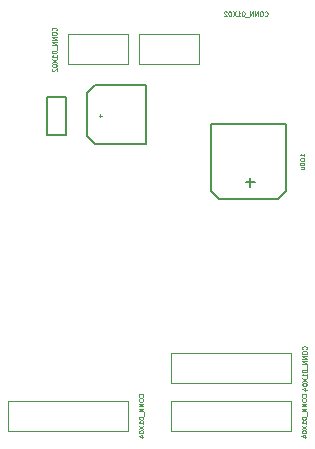
<source format=gbr>
G04 #@! TF.FileFunction,Other,Fab,Bot*
%FSLAX46Y46*%
G04 Gerber Fmt 4.6, Leading zero omitted, Abs format (unit mm)*
G04 Created by KiCad (PCBNEW 4.0.4-stable) date 02/16/17 23:31:48*
%MOMM*%
%LPD*%
G01*
G04 APERTURE LIST*
%ADD10C,0.100000*%
%ADD11C,0.150000*%
%ADD12C,0.090000*%
G04 APERTURE END LIST*
D10*
D11*
X150814600Y-82785400D02*
X150814600Y-87814600D01*
X146458500Y-82785400D02*
X150814600Y-82785400D01*
X145785400Y-83458500D02*
X146458500Y-82785400D01*
X145785400Y-87141500D02*
X145785400Y-83458500D01*
X146458500Y-87814600D02*
X145785400Y-87141500D01*
X150814600Y-87814600D02*
X146458500Y-87814600D01*
X142400000Y-87000000D02*
X144000000Y-87000000D01*
X142400000Y-83800000D02*
X142400000Y-87000000D01*
X144000000Y-83800000D02*
X142400000Y-83800000D01*
X144000000Y-87000000D02*
X144000000Y-83800000D01*
X156300400Y-86150400D02*
X162599600Y-86150400D01*
X156300400Y-91776500D02*
X156300400Y-86150400D01*
X156973500Y-92449600D02*
X156300400Y-91776500D01*
X161926500Y-92449600D02*
X156973500Y-92449600D01*
X162599600Y-91776500D02*
X161926500Y-92449600D01*
X162599600Y-86150400D02*
X162599600Y-91776500D01*
D10*
X155260000Y-81070000D02*
X150180000Y-81070000D01*
X150180000Y-81070000D02*
X150180000Y-78530000D01*
X150180000Y-78530000D02*
X155260000Y-78530000D01*
X155260000Y-78530000D02*
X155260000Y-81070000D01*
X149220000Y-81070000D02*
X144140000Y-81070000D01*
X144140000Y-81070000D02*
X144140000Y-78530000D01*
X144140000Y-78530000D02*
X149220000Y-78530000D01*
X149220000Y-78530000D02*
X149220000Y-81070000D01*
X152930000Y-105530000D02*
X163090000Y-105530000D01*
X163090000Y-105530000D02*
X163090000Y-108070000D01*
X163090000Y-108070000D02*
X152930000Y-108070000D01*
X152930000Y-108070000D02*
X152930000Y-105530000D01*
X152890000Y-109530000D02*
X163050000Y-109530000D01*
X163050000Y-109530000D02*
X163050000Y-112070000D01*
X163050000Y-112070000D02*
X152890000Y-112070000D01*
X152890000Y-112070000D02*
X152890000Y-109530000D01*
X139100000Y-109530000D02*
X149260000Y-109530000D01*
X149260000Y-109530000D02*
X149260000Y-112070000D01*
X149260000Y-112070000D02*
X139100000Y-112070000D01*
X139100000Y-112070000D02*
X139100000Y-109530000D01*
D12*
X147068081Y-85392071D02*
X146763319Y-85392071D01*
X146915700Y-85544452D02*
X146915700Y-85239690D01*
X164190252Y-88852382D02*
X164190252Y-88623810D01*
X164190252Y-88738096D02*
X163790252Y-88738096D01*
X163847395Y-88700001D01*
X163885490Y-88661906D01*
X163904538Y-88623810D01*
X163790252Y-89100001D02*
X163790252Y-89138096D01*
X163809300Y-89176191D01*
X163828348Y-89195239D01*
X163866443Y-89214286D01*
X163942633Y-89233334D01*
X164037871Y-89233334D01*
X164114062Y-89214286D01*
X164152157Y-89195239D01*
X164171205Y-89176191D01*
X164190252Y-89138096D01*
X164190252Y-89100001D01*
X164171205Y-89061905D01*
X164152157Y-89042858D01*
X164114062Y-89023810D01*
X164037871Y-89004762D01*
X163942633Y-89004762D01*
X163866443Y-89023810D01*
X163828348Y-89042858D01*
X163809300Y-89061905D01*
X163790252Y-89100001D01*
X163790252Y-89480953D02*
X163790252Y-89519048D01*
X163809300Y-89557143D01*
X163828348Y-89576191D01*
X163866443Y-89595238D01*
X163942633Y-89614286D01*
X164037871Y-89614286D01*
X164114062Y-89595238D01*
X164152157Y-89576191D01*
X164171205Y-89557143D01*
X164190252Y-89519048D01*
X164190252Y-89480953D01*
X164171205Y-89442857D01*
X164152157Y-89423810D01*
X164114062Y-89404762D01*
X164037871Y-89385714D01*
X163942633Y-89385714D01*
X163866443Y-89404762D01*
X163828348Y-89423810D01*
X163809300Y-89442857D01*
X163790252Y-89480953D01*
X163923586Y-89957143D02*
X164190252Y-89957143D01*
X163923586Y-89785714D02*
X164133110Y-89785714D01*
X164171205Y-89804762D01*
X164190252Y-89842857D01*
X164190252Y-89900000D01*
X164171205Y-89938095D01*
X164152157Y-89957143D01*
D11*
X159597629Y-90671648D02*
X159597629Y-91433553D01*
X159978581Y-91052601D02*
X159216676Y-91052601D01*
D12*
X143162857Y-78190477D02*
X143181905Y-78171429D01*
X143200952Y-78114286D01*
X143200952Y-78076191D01*
X143181905Y-78019048D01*
X143143810Y-77980953D01*
X143105714Y-77961905D01*
X143029524Y-77942857D01*
X142972381Y-77942857D01*
X142896190Y-77961905D01*
X142858095Y-77980953D01*
X142820000Y-78019048D01*
X142800952Y-78076191D01*
X142800952Y-78114286D01*
X142820000Y-78171429D01*
X142839048Y-78190477D01*
X142800952Y-78438096D02*
X142800952Y-78514286D01*
X142820000Y-78552381D01*
X142858095Y-78590477D01*
X142934286Y-78609524D01*
X143067619Y-78609524D01*
X143143810Y-78590477D01*
X143181905Y-78552381D01*
X143200952Y-78514286D01*
X143200952Y-78438096D01*
X143181905Y-78400000D01*
X143143810Y-78361905D01*
X143067619Y-78342857D01*
X142934286Y-78342857D01*
X142858095Y-78361905D01*
X142820000Y-78400000D01*
X142800952Y-78438096D01*
X143200952Y-78780953D02*
X142800952Y-78780953D01*
X143200952Y-79009525D01*
X142800952Y-79009525D01*
X143200952Y-79200001D02*
X142800952Y-79200001D01*
X143200952Y-79428573D01*
X142800952Y-79428573D01*
X143239048Y-79523811D02*
X143239048Y-79828573D01*
X142800952Y-80000002D02*
X142800952Y-80038097D01*
X142820000Y-80076192D01*
X142839048Y-80095240D01*
X142877143Y-80114287D01*
X142953333Y-80133335D01*
X143048571Y-80133335D01*
X143124762Y-80114287D01*
X143162857Y-80095240D01*
X143181905Y-80076192D01*
X143200952Y-80038097D01*
X143200952Y-80000002D01*
X143181905Y-79961906D01*
X143162857Y-79942859D01*
X143124762Y-79923811D01*
X143048571Y-79904763D01*
X142953333Y-79904763D01*
X142877143Y-79923811D01*
X142839048Y-79942859D01*
X142820000Y-79961906D01*
X142800952Y-80000002D01*
X143200952Y-80514287D02*
X143200952Y-80285715D01*
X143200952Y-80400001D02*
X142800952Y-80400001D01*
X142858095Y-80361906D01*
X142896190Y-80323811D01*
X142915238Y-80285715D01*
X142800952Y-80647620D02*
X143200952Y-80914287D01*
X142800952Y-80914287D02*
X143200952Y-80647620D01*
X142800952Y-81142858D02*
X142800952Y-81180953D01*
X142820000Y-81219048D01*
X142839048Y-81238096D01*
X142877143Y-81257143D01*
X142953333Y-81276191D01*
X143048571Y-81276191D01*
X143124762Y-81257143D01*
X143162857Y-81238096D01*
X143181905Y-81219048D01*
X143200952Y-81180953D01*
X143200952Y-81142858D01*
X143181905Y-81104762D01*
X143162857Y-81085715D01*
X143124762Y-81066667D01*
X143048571Y-81047619D01*
X142953333Y-81047619D01*
X142877143Y-81066667D01*
X142839048Y-81085715D01*
X142820000Y-81104762D01*
X142800952Y-81142858D01*
X142839048Y-81428571D02*
X142820000Y-81447619D01*
X142800952Y-81485714D01*
X142800952Y-81580952D01*
X142820000Y-81619048D01*
X142839048Y-81638095D01*
X142877143Y-81657143D01*
X142915238Y-81657143D01*
X142972381Y-81638095D01*
X143200952Y-81409524D01*
X143200952Y-81657143D01*
X164352857Y-105190477D02*
X164371905Y-105171429D01*
X164390952Y-105114286D01*
X164390952Y-105076191D01*
X164371905Y-105019048D01*
X164333810Y-104980953D01*
X164295714Y-104961905D01*
X164219524Y-104942857D01*
X164162381Y-104942857D01*
X164086190Y-104961905D01*
X164048095Y-104980953D01*
X164010000Y-105019048D01*
X163990952Y-105076191D01*
X163990952Y-105114286D01*
X164010000Y-105171429D01*
X164029048Y-105190477D01*
X163990952Y-105438096D02*
X163990952Y-105514286D01*
X164010000Y-105552381D01*
X164048095Y-105590477D01*
X164124286Y-105609524D01*
X164257619Y-105609524D01*
X164333810Y-105590477D01*
X164371905Y-105552381D01*
X164390952Y-105514286D01*
X164390952Y-105438096D01*
X164371905Y-105400000D01*
X164333810Y-105361905D01*
X164257619Y-105342857D01*
X164124286Y-105342857D01*
X164048095Y-105361905D01*
X164010000Y-105400000D01*
X163990952Y-105438096D01*
X164390952Y-105780953D02*
X163990952Y-105780953D01*
X164390952Y-106009525D01*
X163990952Y-106009525D01*
X164390952Y-106200001D02*
X163990952Y-106200001D01*
X164390952Y-106428573D01*
X163990952Y-106428573D01*
X164429048Y-106523811D02*
X164429048Y-106828573D01*
X163990952Y-107000002D02*
X163990952Y-107038097D01*
X164010000Y-107076192D01*
X164029048Y-107095240D01*
X164067143Y-107114287D01*
X164143333Y-107133335D01*
X164238571Y-107133335D01*
X164314762Y-107114287D01*
X164352857Y-107095240D01*
X164371905Y-107076192D01*
X164390952Y-107038097D01*
X164390952Y-107000002D01*
X164371905Y-106961906D01*
X164352857Y-106942859D01*
X164314762Y-106923811D01*
X164238571Y-106904763D01*
X164143333Y-106904763D01*
X164067143Y-106923811D01*
X164029048Y-106942859D01*
X164010000Y-106961906D01*
X163990952Y-107000002D01*
X164390952Y-107514287D02*
X164390952Y-107285715D01*
X164390952Y-107400001D02*
X163990952Y-107400001D01*
X164048095Y-107361906D01*
X164086190Y-107323811D01*
X164105238Y-107285715D01*
X163990952Y-107647620D02*
X164390952Y-107914287D01*
X163990952Y-107914287D02*
X164390952Y-107647620D01*
X163990952Y-108142858D02*
X163990952Y-108180953D01*
X164010000Y-108219048D01*
X164029048Y-108238096D01*
X164067143Y-108257143D01*
X164143333Y-108276191D01*
X164238571Y-108276191D01*
X164314762Y-108257143D01*
X164352857Y-108238096D01*
X164371905Y-108219048D01*
X164390952Y-108180953D01*
X164390952Y-108142858D01*
X164371905Y-108104762D01*
X164352857Y-108085715D01*
X164314762Y-108066667D01*
X164238571Y-108047619D01*
X164143333Y-108047619D01*
X164067143Y-108066667D01*
X164029048Y-108085715D01*
X164010000Y-108104762D01*
X163990952Y-108142858D01*
X164124286Y-108619048D02*
X164390952Y-108619048D01*
X163971905Y-108523810D02*
X164257619Y-108428571D01*
X164257619Y-108676191D01*
X164312857Y-109190477D02*
X164331905Y-109171429D01*
X164350952Y-109114286D01*
X164350952Y-109076191D01*
X164331905Y-109019048D01*
X164293810Y-108980953D01*
X164255714Y-108961905D01*
X164179524Y-108942857D01*
X164122381Y-108942857D01*
X164046190Y-108961905D01*
X164008095Y-108980953D01*
X163970000Y-109019048D01*
X163950952Y-109076191D01*
X163950952Y-109114286D01*
X163970000Y-109171429D01*
X163989048Y-109190477D01*
X163950952Y-109438096D02*
X163950952Y-109514286D01*
X163970000Y-109552381D01*
X164008095Y-109590477D01*
X164084286Y-109609524D01*
X164217619Y-109609524D01*
X164293810Y-109590477D01*
X164331905Y-109552381D01*
X164350952Y-109514286D01*
X164350952Y-109438096D01*
X164331905Y-109400000D01*
X164293810Y-109361905D01*
X164217619Y-109342857D01*
X164084286Y-109342857D01*
X164008095Y-109361905D01*
X163970000Y-109400000D01*
X163950952Y-109438096D01*
X164350952Y-109780953D02*
X163950952Y-109780953D01*
X164350952Y-110009525D01*
X163950952Y-110009525D01*
X164350952Y-110200001D02*
X163950952Y-110200001D01*
X164350952Y-110428573D01*
X163950952Y-110428573D01*
X164389048Y-110523811D02*
X164389048Y-110828573D01*
X163950952Y-111000002D02*
X163950952Y-111038097D01*
X163970000Y-111076192D01*
X163989048Y-111095240D01*
X164027143Y-111114287D01*
X164103333Y-111133335D01*
X164198571Y-111133335D01*
X164274762Y-111114287D01*
X164312857Y-111095240D01*
X164331905Y-111076192D01*
X164350952Y-111038097D01*
X164350952Y-111000002D01*
X164331905Y-110961906D01*
X164312857Y-110942859D01*
X164274762Y-110923811D01*
X164198571Y-110904763D01*
X164103333Y-110904763D01*
X164027143Y-110923811D01*
X163989048Y-110942859D01*
X163970000Y-110961906D01*
X163950952Y-111000002D01*
X164350952Y-111514287D02*
X164350952Y-111285715D01*
X164350952Y-111400001D02*
X163950952Y-111400001D01*
X164008095Y-111361906D01*
X164046190Y-111323811D01*
X164065238Y-111285715D01*
X163950952Y-111647620D02*
X164350952Y-111914287D01*
X163950952Y-111914287D02*
X164350952Y-111647620D01*
X163950952Y-112142858D02*
X163950952Y-112180953D01*
X163970000Y-112219048D01*
X163989048Y-112238096D01*
X164027143Y-112257143D01*
X164103333Y-112276191D01*
X164198571Y-112276191D01*
X164274762Y-112257143D01*
X164312857Y-112238096D01*
X164331905Y-112219048D01*
X164350952Y-112180953D01*
X164350952Y-112142858D01*
X164331905Y-112104762D01*
X164312857Y-112085715D01*
X164274762Y-112066667D01*
X164198571Y-112047619D01*
X164103333Y-112047619D01*
X164027143Y-112066667D01*
X163989048Y-112085715D01*
X163970000Y-112104762D01*
X163950952Y-112142858D01*
X164084286Y-112619048D02*
X164350952Y-112619048D01*
X163931905Y-112523810D02*
X164217619Y-112428571D01*
X164217619Y-112676191D01*
X150522857Y-109190477D02*
X150541905Y-109171429D01*
X150560952Y-109114286D01*
X150560952Y-109076191D01*
X150541905Y-109019048D01*
X150503810Y-108980953D01*
X150465714Y-108961905D01*
X150389524Y-108942857D01*
X150332381Y-108942857D01*
X150256190Y-108961905D01*
X150218095Y-108980953D01*
X150180000Y-109019048D01*
X150160952Y-109076191D01*
X150160952Y-109114286D01*
X150180000Y-109171429D01*
X150199048Y-109190477D01*
X150160952Y-109438096D02*
X150160952Y-109514286D01*
X150180000Y-109552381D01*
X150218095Y-109590477D01*
X150294286Y-109609524D01*
X150427619Y-109609524D01*
X150503810Y-109590477D01*
X150541905Y-109552381D01*
X150560952Y-109514286D01*
X150560952Y-109438096D01*
X150541905Y-109400000D01*
X150503810Y-109361905D01*
X150427619Y-109342857D01*
X150294286Y-109342857D01*
X150218095Y-109361905D01*
X150180000Y-109400000D01*
X150160952Y-109438096D01*
X150560952Y-109780953D02*
X150160952Y-109780953D01*
X150560952Y-110009525D01*
X150160952Y-110009525D01*
X150560952Y-110200001D02*
X150160952Y-110200001D01*
X150560952Y-110428573D01*
X150160952Y-110428573D01*
X150599048Y-110523811D02*
X150599048Y-110828573D01*
X150160952Y-111000002D02*
X150160952Y-111038097D01*
X150180000Y-111076192D01*
X150199048Y-111095240D01*
X150237143Y-111114287D01*
X150313333Y-111133335D01*
X150408571Y-111133335D01*
X150484762Y-111114287D01*
X150522857Y-111095240D01*
X150541905Y-111076192D01*
X150560952Y-111038097D01*
X150560952Y-111000002D01*
X150541905Y-110961906D01*
X150522857Y-110942859D01*
X150484762Y-110923811D01*
X150408571Y-110904763D01*
X150313333Y-110904763D01*
X150237143Y-110923811D01*
X150199048Y-110942859D01*
X150180000Y-110961906D01*
X150160952Y-111000002D01*
X150560952Y-111514287D02*
X150560952Y-111285715D01*
X150560952Y-111400001D02*
X150160952Y-111400001D01*
X150218095Y-111361906D01*
X150256190Y-111323811D01*
X150275238Y-111285715D01*
X150160952Y-111647620D02*
X150560952Y-111914287D01*
X150160952Y-111914287D02*
X150560952Y-111647620D01*
X150160952Y-112142858D02*
X150160952Y-112180953D01*
X150180000Y-112219048D01*
X150199048Y-112238096D01*
X150237143Y-112257143D01*
X150313333Y-112276191D01*
X150408571Y-112276191D01*
X150484762Y-112257143D01*
X150522857Y-112238096D01*
X150541905Y-112219048D01*
X150560952Y-112180953D01*
X150560952Y-112142858D01*
X150541905Y-112104762D01*
X150522857Y-112085715D01*
X150484762Y-112066667D01*
X150408571Y-112047619D01*
X150313333Y-112047619D01*
X150237143Y-112066667D01*
X150199048Y-112085715D01*
X150180000Y-112104762D01*
X150160952Y-112142858D01*
X150294286Y-112619048D02*
X150560952Y-112619048D01*
X150141905Y-112523810D02*
X150427619Y-112428571D01*
X150427619Y-112676191D01*
X160829523Y-76941977D02*
X160848571Y-76961025D01*
X160905714Y-76980072D01*
X160943809Y-76980072D01*
X161000952Y-76961025D01*
X161039047Y-76922930D01*
X161058095Y-76884834D01*
X161077143Y-76808644D01*
X161077143Y-76751501D01*
X161058095Y-76675310D01*
X161039047Y-76637215D01*
X161000952Y-76599120D01*
X160943809Y-76580072D01*
X160905714Y-76580072D01*
X160848571Y-76599120D01*
X160829523Y-76618168D01*
X160581904Y-76580072D02*
X160505714Y-76580072D01*
X160467619Y-76599120D01*
X160429523Y-76637215D01*
X160410476Y-76713406D01*
X160410476Y-76846739D01*
X160429523Y-76922930D01*
X160467619Y-76961025D01*
X160505714Y-76980072D01*
X160581904Y-76980072D01*
X160620000Y-76961025D01*
X160658095Y-76922930D01*
X160677143Y-76846739D01*
X160677143Y-76713406D01*
X160658095Y-76637215D01*
X160620000Y-76599120D01*
X160581904Y-76580072D01*
X160239047Y-76980072D02*
X160239047Y-76580072D01*
X160010475Y-76980072D01*
X160010475Y-76580072D01*
X159819999Y-76980072D02*
X159819999Y-76580072D01*
X159591427Y-76980072D01*
X159591427Y-76580072D01*
X159496189Y-77018168D02*
X159191427Y-77018168D01*
X159019998Y-76580072D02*
X158981903Y-76580072D01*
X158943808Y-76599120D01*
X158924760Y-76618168D01*
X158905713Y-76656263D01*
X158886665Y-76732453D01*
X158886665Y-76827691D01*
X158905713Y-76903882D01*
X158924760Y-76941977D01*
X158943808Y-76961025D01*
X158981903Y-76980072D01*
X159019998Y-76980072D01*
X159058094Y-76961025D01*
X159077141Y-76941977D01*
X159096189Y-76903882D01*
X159115237Y-76827691D01*
X159115237Y-76732453D01*
X159096189Y-76656263D01*
X159077141Y-76618168D01*
X159058094Y-76599120D01*
X159019998Y-76580072D01*
X158505713Y-76980072D02*
X158734285Y-76980072D01*
X158619999Y-76980072D02*
X158619999Y-76580072D01*
X158658094Y-76637215D01*
X158696189Y-76675310D01*
X158734285Y-76694358D01*
X158372380Y-76580072D02*
X158105713Y-76980072D01*
X158105713Y-76580072D02*
X158372380Y-76980072D01*
X157877142Y-76580072D02*
X157839047Y-76580072D01*
X157800952Y-76599120D01*
X157781904Y-76618168D01*
X157762857Y-76656263D01*
X157743809Y-76732453D01*
X157743809Y-76827691D01*
X157762857Y-76903882D01*
X157781904Y-76941977D01*
X157800952Y-76961025D01*
X157839047Y-76980072D01*
X157877142Y-76980072D01*
X157915238Y-76961025D01*
X157934285Y-76941977D01*
X157953333Y-76903882D01*
X157972381Y-76827691D01*
X157972381Y-76732453D01*
X157953333Y-76656263D01*
X157934285Y-76618168D01*
X157915238Y-76599120D01*
X157877142Y-76580072D01*
X157591429Y-76618168D02*
X157572381Y-76599120D01*
X157534286Y-76580072D01*
X157439048Y-76580072D01*
X157400952Y-76599120D01*
X157381905Y-76618168D01*
X157362857Y-76656263D01*
X157362857Y-76694358D01*
X157381905Y-76751501D01*
X157610476Y-76980072D01*
X157362857Y-76980072D01*
M02*

</source>
